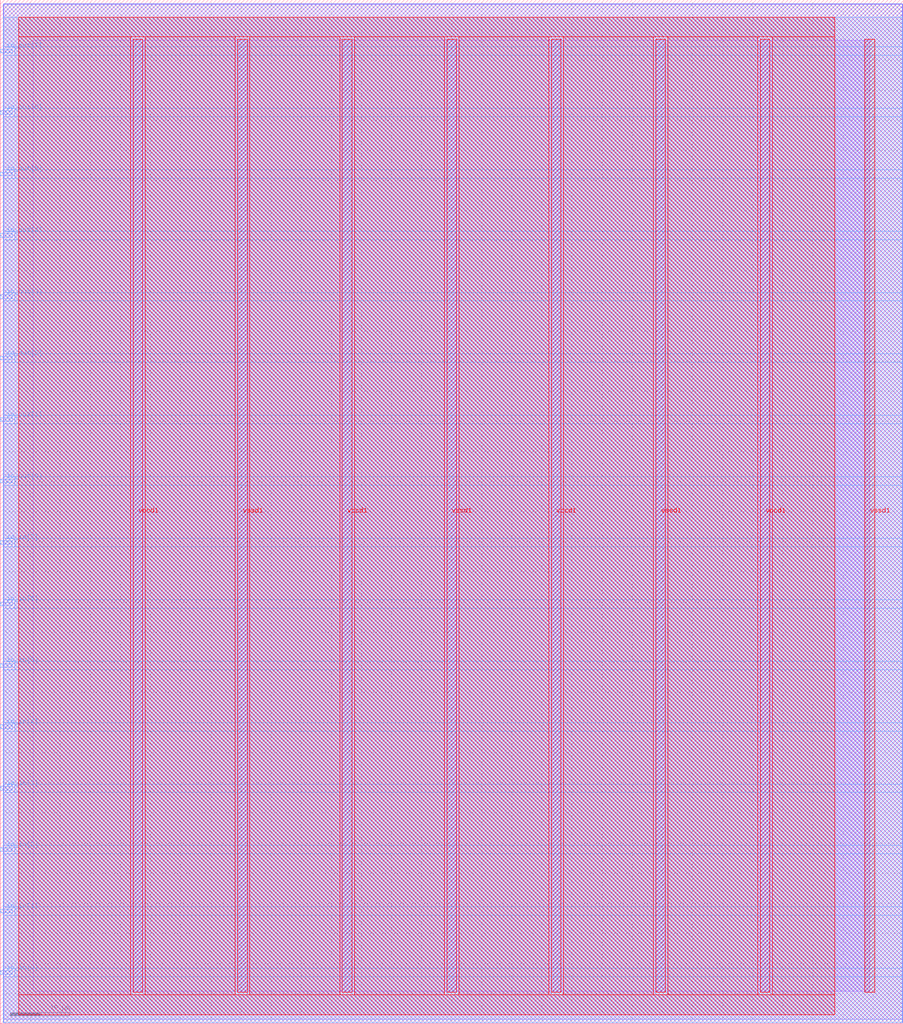
<source format=lef>
VERSION 5.7 ;
  NOWIREEXTENSIONATPIN ON ;
  DIVIDERCHAR "/" ;
  BUSBITCHARS "[]" ;
MACRO noahgaertner_cpu
  CLASS BLOCK ;
  FOREIGN noahgaertner_cpu ;
  ORIGIN 0.000 0.000 ;
  SIZE 150.000 BY 170.000 ;
  PIN io_in[0]
    DIRECTION INPUT ;
    USE SIGNAL ;
    PORT
      LAYER met3 ;
        RECT 0.000 8.200 2.000 8.800 ;
    END
  END io_in[0]
  PIN io_in[1]
    DIRECTION INPUT ;
    USE SIGNAL ;
    PORT
      LAYER met3 ;
        RECT 0.000 18.400 2.000 19.000 ;
    END
  END io_in[1]
  PIN io_in[2]
    DIRECTION INPUT ;
    USE SIGNAL ;
    PORT
      LAYER met3 ;
        RECT 0.000 28.600 2.000 29.200 ;
    END
  END io_in[2]
  PIN io_in[3]
    DIRECTION INPUT ;
    USE SIGNAL ;
    PORT
      LAYER met3 ;
        RECT 0.000 38.800 2.000 39.400 ;
    END
  END io_in[3]
  PIN io_in[4]
    DIRECTION INPUT ;
    USE SIGNAL ;
    PORT
      LAYER met3 ;
        RECT 0.000 49.000 2.000 49.600 ;
    END
  END io_in[4]
  PIN io_in[5]
    DIRECTION INPUT ;
    USE SIGNAL ;
    PORT
      LAYER met3 ;
        RECT 0.000 59.200 2.000 59.800 ;
    END
  END io_in[5]
  PIN io_in[6]
    DIRECTION INPUT ;
    USE SIGNAL ;
    PORT
      LAYER met3 ;
        RECT 0.000 69.400 2.000 70.000 ;
    END
  END io_in[6]
  PIN io_in[7]
    DIRECTION INPUT ;
    USE SIGNAL ;
    PORT
      LAYER met3 ;
        RECT 0.000 79.600 2.000 80.200 ;
    END
  END io_in[7]
  PIN io_out[0]
    DIRECTION OUTPUT TRISTATE ;
    USE SIGNAL ;
    PORT
      LAYER met3 ;
        RECT 0.000 89.800 2.000 90.400 ;
    END
  END io_out[0]
  PIN io_out[1]
    DIRECTION OUTPUT TRISTATE ;
    USE SIGNAL ;
    PORT
      LAYER met3 ;
        RECT 0.000 100.000 2.000 100.600 ;
    END
  END io_out[1]
  PIN io_out[2]
    DIRECTION OUTPUT TRISTATE ;
    USE SIGNAL ;
    PORT
      LAYER met3 ;
        RECT 0.000 110.200 2.000 110.800 ;
    END
  END io_out[2]
  PIN io_out[3]
    DIRECTION OUTPUT TRISTATE ;
    USE SIGNAL ;
    PORT
      LAYER met3 ;
        RECT 0.000 120.400 2.000 121.000 ;
    END
  END io_out[3]
  PIN io_out[4]
    DIRECTION OUTPUT TRISTATE ;
    USE SIGNAL ;
    PORT
      LAYER met3 ;
        RECT 0.000 130.600 2.000 131.200 ;
    END
  END io_out[4]
  PIN io_out[5]
    DIRECTION OUTPUT TRISTATE ;
    USE SIGNAL ;
    PORT
      LAYER met3 ;
        RECT 0.000 140.800 2.000 141.400 ;
    END
  END io_out[5]
  PIN io_out[6]
    DIRECTION OUTPUT TRISTATE ;
    USE SIGNAL ;
    PORT
      LAYER met3 ;
        RECT 0.000 151.000 2.000 151.600 ;
    END
  END io_out[6]
  PIN io_out[7]
    DIRECTION OUTPUT TRISTATE ;
    USE SIGNAL ;
    PORT
      LAYER met3 ;
        RECT 0.000 161.200 2.000 161.800 ;
    END
  END io_out[7]
  PIN vccd1
    DIRECTION INOUT ;
    USE POWER ;
    PORT
      LAYER met4 ;
        RECT 22.085 5.200 23.685 163.440 ;
    END
    PORT
      LAYER met4 ;
        RECT 56.815 5.200 58.415 163.440 ;
    END
    PORT
      LAYER met4 ;
        RECT 91.545 5.200 93.145 163.440 ;
    END
    PORT
      LAYER met4 ;
        RECT 126.275 5.200 127.875 163.440 ;
    END
  END vccd1
  PIN vssd1
    DIRECTION INOUT ;
    USE GROUND ;
    PORT
      LAYER met4 ;
        RECT 39.450 5.200 41.050 163.440 ;
    END
    PORT
      LAYER met4 ;
        RECT 74.180 5.200 75.780 163.440 ;
    END
    PORT
      LAYER met4 ;
        RECT 108.910 5.200 110.510 163.440 ;
    END
    PORT
      LAYER met4 ;
        RECT 143.640 5.200 145.240 163.440 ;
    END
  END vssd1
  OBS
      LAYER li1 ;
        RECT 5.520 5.355 144.440 163.285 ;
      LAYER met1 ;
        RECT 0.530 0.720 149.890 169.280 ;
      LAYER met2 ;
        RECT 0.550 0.155 149.870 169.310 ;
      LAYER met3 ;
        RECT 0.525 162.200 149.895 167.100 ;
        RECT 2.400 160.800 149.895 162.200 ;
        RECT 0.525 152.000 149.895 160.800 ;
        RECT 2.400 150.600 149.895 152.000 ;
        RECT 0.525 141.800 149.895 150.600 ;
        RECT 2.400 140.400 149.895 141.800 ;
        RECT 0.525 131.600 149.895 140.400 ;
        RECT 2.400 130.200 149.895 131.600 ;
        RECT 0.525 121.400 149.895 130.200 ;
        RECT 2.400 120.000 149.895 121.400 ;
        RECT 0.525 111.200 149.895 120.000 ;
        RECT 2.400 109.800 149.895 111.200 ;
        RECT 0.525 101.000 149.895 109.800 ;
        RECT 2.400 99.600 149.895 101.000 ;
        RECT 0.525 90.800 149.895 99.600 ;
        RECT 2.400 89.400 149.895 90.800 ;
        RECT 0.525 80.600 149.895 89.400 ;
        RECT 2.400 79.200 149.895 80.600 ;
        RECT 0.525 70.400 149.895 79.200 ;
        RECT 2.400 69.000 149.895 70.400 ;
        RECT 0.525 60.200 149.895 69.000 ;
        RECT 2.400 58.800 149.895 60.200 ;
        RECT 0.525 50.000 149.895 58.800 ;
        RECT 2.400 48.600 149.895 50.000 ;
        RECT 0.525 39.800 149.895 48.600 ;
        RECT 2.400 38.400 149.895 39.800 ;
        RECT 0.525 29.600 149.895 38.400 ;
        RECT 2.400 28.200 149.895 29.600 ;
        RECT 0.525 19.400 149.895 28.200 ;
        RECT 2.400 18.000 149.895 19.400 ;
        RECT 0.525 9.200 149.895 18.000 ;
        RECT 2.400 7.800 149.895 9.200 ;
        RECT 0.525 0.175 149.895 7.800 ;
      LAYER met4 ;
        RECT 3.055 163.840 138.625 167.105 ;
        RECT 3.055 4.800 21.685 163.840 ;
        RECT 24.085 4.800 39.050 163.840 ;
        RECT 41.450 4.800 56.415 163.840 ;
        RECT 58.815 4.800 73.780 163.840 ;
        RECT 76.180 4.800 91.145 163.840 ;
        RECT 93.545 4.800 108.510 163.840 ;
        RECT 110.910 4.800 125.875 163.840 ;
        RECT 128.275 4.800 138.625 163.840 ;
        RECT 3.055 1.535 138.625 4.800 ;
  END
END noahgaertner_cpu
END LIBRARY


</source>
